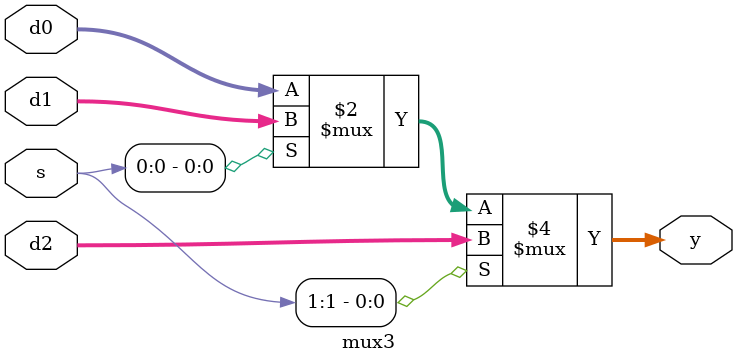
<source format=sv>
module mux3 #(parameter WIDTH = 8)
  (input       [WIDTH-1:0] d0, d1, d2,
   input       [1:0]       s, 	// s[1] s[0]
   output logic[WIDTH-1:0] y);

// fill in guts (combinational -- assign or always_comb, use =)
//  s[1]  s[0]  y
//  0     0    d0
//  0     1	   d1
//  1     0    d2
//  1     1	   d2

   always_comb begin
     if(s[1])
       y = d2;
     else y = s[0] ? d1 : d0;
   end

endmodule
</source>
